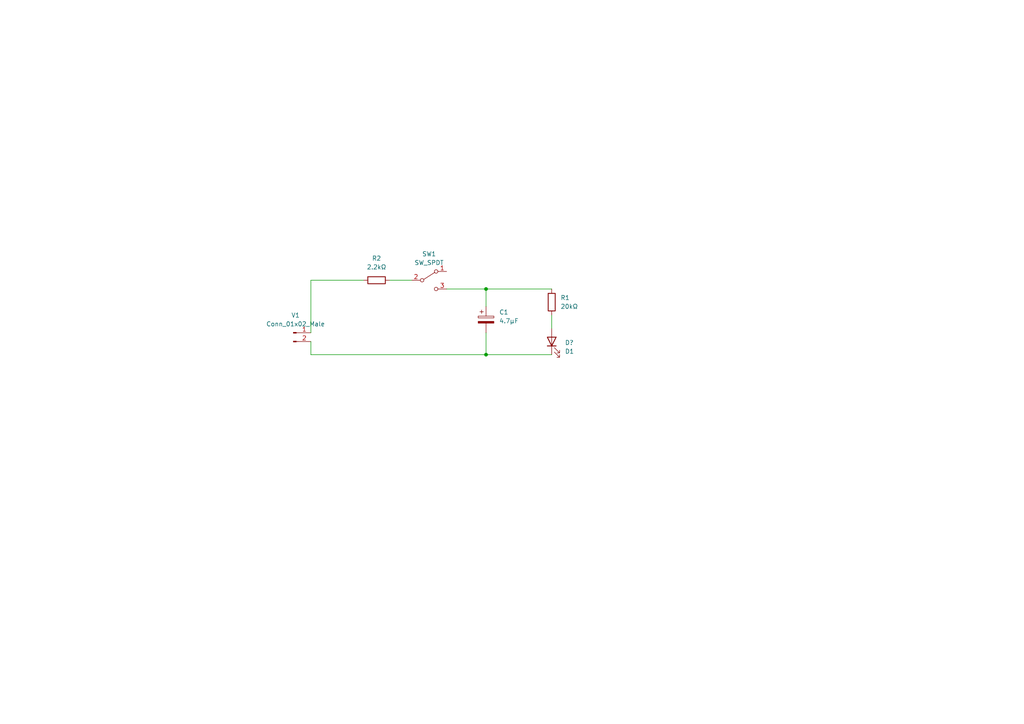
<source format=kicad_sch>
(kicad_sch (version 20211123) (generator eeschema)
  (paper "A4")
  (lib_symbols
    (symbol "Connector:Conn_01x02_Male" (pin_names (offset 1.016) hide)
      (property "Reference" "J" (at 0 2.54 0))
      (property "Value" "Conn_01x02_Male" (at 0 -5.08 0))
      (symbol "Conn_01x02_Male_1_1"
        (polyline (pts (xy 1.27 -2.54) (xy 0.8636 -2.54)) (stroke (width 0.1524)))
        (polyline (pts (xy 1.27 0) (xy 0.8636 0)) (stroke (width 0.1524)))
        (rectangle (start 0.8636 -2.413) (end 0 -2.667) (stroke (width 0.1524)) (fill (type outline)))
        (rectangle (start 0.8636 0.127) (end 0 -0.127) (stroke (width 0.1524)) (fill (type outline)))
        (pin passive line (at 5.08 0 180) (length 3.81) (name "Pin_1") (number "1"))
        (pin passive line (at 5.08 -2.54 180) (length 3.81) (name "Pin_2") (number "2"))
      )
    )
    (symbol "Device:C_Polarized" (pin_numbers hide) (pin_names (offset 0.254))
      (property "Reference" "C" (at 0.635 2.54 0))
      (property "Value" "C_Polarized" (at 0.635 -2.54 0))
      (symbol "C_Polarized_0_1"
        (rectangle (start -2.286 0.508) (end 2.286 1.016))
        (polyline (pts (xy -1.778 2.286) (xy -0.762 2.286)))
        (polyline (pts (xy -1.27 2.794) (xy -1.27 1.778)))
        (rectangle (start 2.286 -0.508) (end -2.286 -1.016) (fill (type outline)))
      )
      (symbol "C_Polarized_1_1"
        (pin passive line (at 0 3.81 270) (length 2.794) (name "~") (number "1"))
        (pin passive line (at 0 -3.81 90) (length 2.794) (name "~") (number "2"))
      )
    )
    (symbol "Device:LED" (pin_numbers hide) (pin_names (offset 1.016) hide)
      (property "Reference" "D" (at 0 2.54 0))
      (property "Value" "LED" (at 0 -2.54 0))
      (symbol "LED_0_1"
        (polyline (pts (xy -1.27 -1.27) (xy -1.27 1.27)) (stroke (width 0.254)))
        (polyline (pts (xy -1.27 0) (xy 1.27 0)))
        (polyline (pts (xy 1.27 -1.27) (xy 1.27 1.27) (xy -1.27 0) (xy 1.27 -1.27)) (stroke (width 0.254)))
        (polyline (pts (xy -3.048 -0.762) (xy -4.572 -2.286) (xy -3.81 -2.286) (xy -4.572 -2.286) (xy -4.572 -1.524)))
        (polyline (pts (xy -1.778 -0.762) (xy -3.302 -2.286) (xy -2.54 -2.286) (xy -3.302 -2.286) (xy -3.302 -1.524)))
      )
      (symbol "LED_1_1"
        (pin passive line (at -3.81 0 0) (length 2.54) (name "K") (number "1"))
        (pin passive line (at 3.81 0 180) (length 2.54) (name "A") (number "2"))
      )
    )
    (symbol "Device:R" (pin_numbers hide) (pin_names (offset 0))
      (property "Reference" "R" (at 2.032 0 90))
      (property "Value" "R" (at 0 0 90))
      (symbol "R_0_1"
        (rectangle (start -1.016 -2.54) (end 1.016 2.54) (stroke (width 0.254)))
      )
      (symbol "R_1_1"
        (pin passive line (at 0 3.81 270) (length 1.27) (name "~") (number "1"))
        (pin passive line (at 0 -3.81 90) (length 1.27) (name "~") (number "2"))
      )
    )
    (symbol "Switch:SW_SPDT" (pin_names (offset 0) hide)
      (property "Reference" "SW" (at 0 4.318 0))
      (property "Value" "SW_SPDT" (at 0 -5.08 0))
      (symbol "SW_SPDT_0_0"
        (circle (center -2.032 0) (radius 0.508))
        (circle (center 2.032 -2.54) (radius 0.508))
      )
      (symbol "SW_SPDT_0_1"
        (polyline (pts (xy -1.524 0.254) (xy 1.651 2.286)))
        (circle (center 2.032 2.54) (radius 0.508))
      )
      (symbol "SW_SPDT_1_1"
        (pin passive line (at 5.08 2.54 180) (length 2.54) (name "A") (number "1"))
        (pin passive line (at -5.08 0 0) (length 2.54) (name "B") (number "2"))
        (pin passive line (at 5.08 -2.54 180) (length 2.54) (name "C") (number "3"))
      )
    )
  )
  (junction (at 140.97 102.87))
  (junction (at 140.97 83.82))
  (wire (pts (xy 160.02 91.44) (xy 160.02 95.25)))
  (wire (pts (xy 90.17 99.06) (xy 90.17 102.87)))
  (wire (pts (xy 140.97 83.82) (xy 140.97 88.9)))
  (wire (pts (xy 160.02 83.82) (xy 140.97 83.82)))
  (wire (pts (xy 129.54 83.82) (xy 140.97 83.82)))
  (wire (pts (xy 90.17 81.28) (xy 105.41 81.28)))
  (wire (pts (xy 113.03 81.28) (xy 119.38 81.28)))
  (wire (pts (xy 140.97 102.87) (xy 160.02 102.87)))
  (wire (pts (xy 90.17 102.87) (xy 140.97 102.87)))
  (wire (pts (xy 140.97 96.52) (xy 140.97 102.87)))
  (wire (pts (xy 90.17 96.52) (xy 90.17 81.28)))
  (symbol (lib_id "Switch:SW_SPDT") (at 124.46 81.28 0) (unit 1)
    (property "Reference" "SW1" (at 124.46 73.66 0))
    (property "Value" "SW_SPDT" (at 124.46 76.2 0))
  )
  (symbol (lib_id "Device:C_Polarized") (at 140.97 92.71 0) (unit 1)
    (property "Reference" "C1" (at 144.78 90.5509 0) (effects (justify left)))
    (property "Value" "4.7µF" (at 144.78 93.0909 0) (effects (justify left)))
  )
  (symbol (lib_id "Device:R") (at 160.02 87.63 180) (unit 1)
    (property "Reference" "R1" (at 162.56 86.3599 0) (effects (justify right)))
    (property "Value" "20kΩ" (at 162.56 88.8999 0) (effects (justify right)))
  )
  (symbol (lib_id "Device:R") (at 109.22 81.28 90) (unit 1)
    (property "Reference" "R2" (at 109.22 74.93 90))
    (property "Value" "2.2kΩ" (at 109.22 77.47 90))
  )
  (symbol (lib_id "Connector:Conn_01x02_Male") (at 85.09 96.52 0) (unit 1)
    (property "Reference" "V1" (at 85.725 91.44 0))
    (property "Value" "Conn_01x02_Male" (at 85.725 93.98 0))
  )
  (symbol (lib_id "Device:LED") (at 160.02 99.06 90) (unit 1)
    (property "Reference" "D?" (at 163.83 99.3774 90) (effects (justify right)))
    (property "Value" "D1" (at 163.83 101.9174 90) (effects (justify right)))
  )
)
</source>
